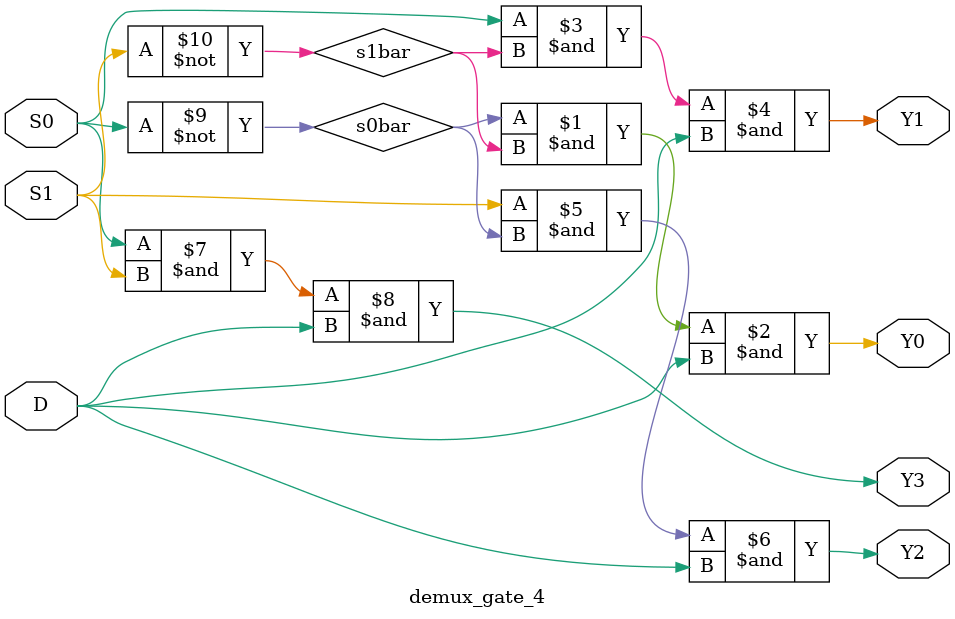
<source format=v>
`timescale 1ns / 1ps


module demux_gate_4(
    input S1,S0,D,
    output Y0,Y1,Y2,Y3
    );
    
    wire s0bar,s1bar;
    not(s0bar,S0);
    not(s1bar,S1);
    and(Y0,s0bar,s1bar,D);
    and(Y1,S0,s1bar,D);
    and(Y2,S1,s0bar,D);
    and(Y3,S0,S1,D);
endmodule
</source>
